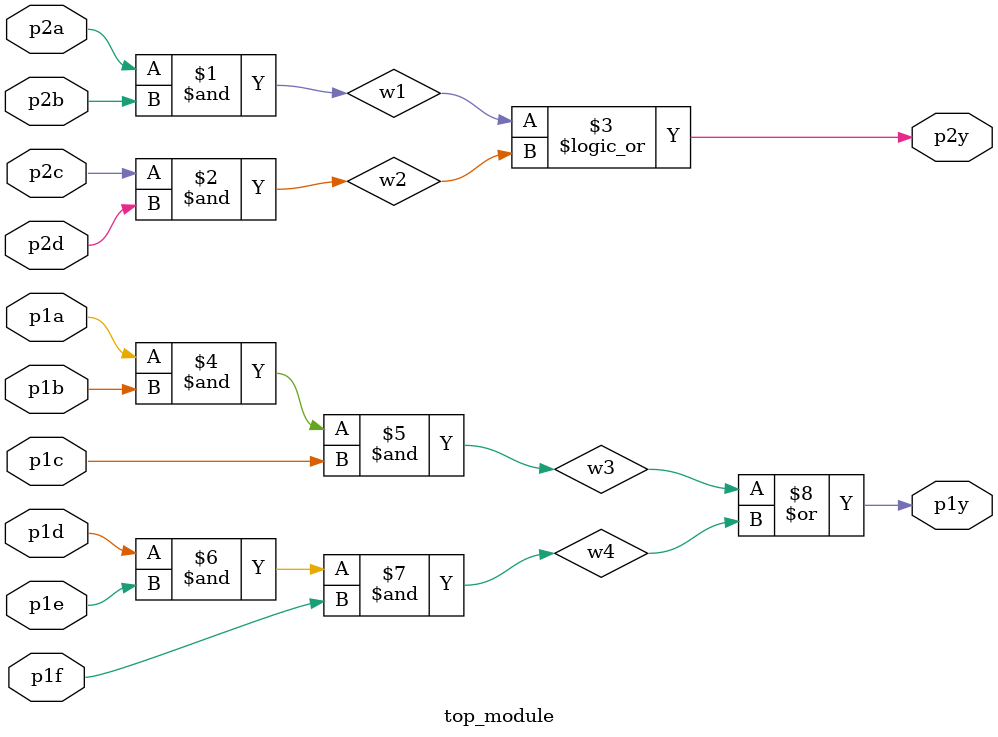
<source format=v>
module top_module ( 
    input p1a, p1b, p1c, p1d, p1e, p1f,
    output p1y,
    input p2a, p2b, p2c, p2d,
    output p2y );
wire w1,w2,w3,w4;

   assign w1 = p2a & p2b;
   assign w2 = p2c & p2d;
   assign p2y = w1 || w2;
   assign w3 = p1a & p1b & p1c;
   assign w4 = p1d & p1e & p1f;
   assign p1y = w3 | w4;

endmodule

</source>
